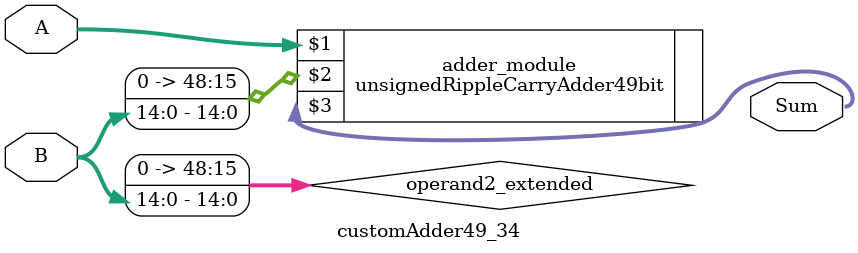
<source format=v>
module customAdder49_34(
                        input [48 : 0] A,
                        input [14 : 0] B,
                        
                        output [49 : 0] Sum
                );

        wire [48 : 0] operand2_extended;
        
        assign operand2_extended =  {34'b0, B};
        
        unsignedRippleCarryAdder49bit adder_module(
            A,
            operand2_extended,
            Sum
        );
        
        endmodule
        
</source>
